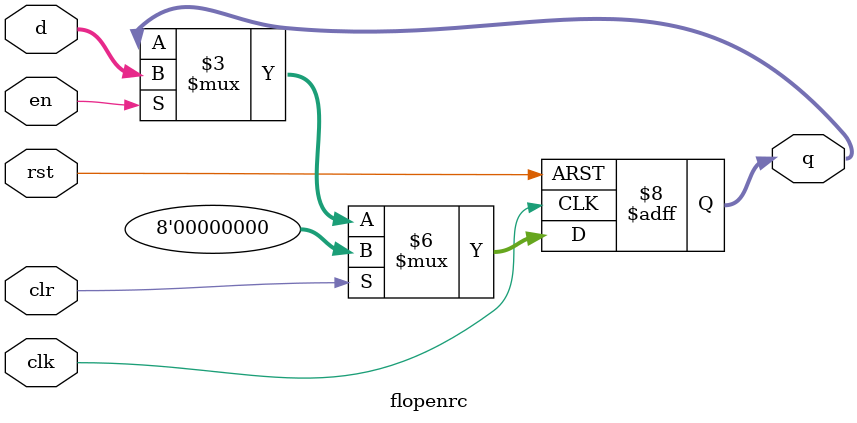
<source format=v>
module flopenrc #(parameter WIDTH=8)(
    input clk,en,rst,clr,
    input [WIDTH-1:0] d,
    output reg [ WIDTH-1:0] q
);
    always @(posedge clk, posedge rst) begin
        if(rst) begin
            q <= 0;
        end
        else if(clr) begin
            q <= 0;
        end
        else if(en) begin
            q <= d;
        end
        else begin
            q <= q;
        end
    end
endmodule
</source>
